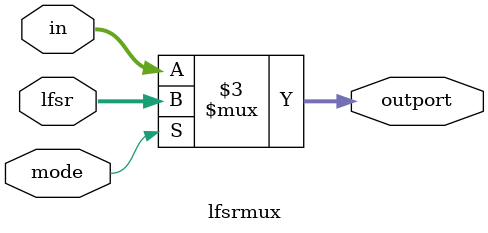
<source format=v>
`timescale 1ns/1ps 

module lfsrmux #
(
    parameter NBIT = 4     
) (
    input [4-1:0] in,
    input [4-1:0] lfsr,
    input mode,

    output reg [4-1:0] outport
);


    
    //HAL does not accept this??? why???
    // assign outport = mode ? lfsr : in; 
    always @(*) begin
        if(mode)
            outport = lfsr;
        else
            outport = in;
        
    end


endmodule
</source>
